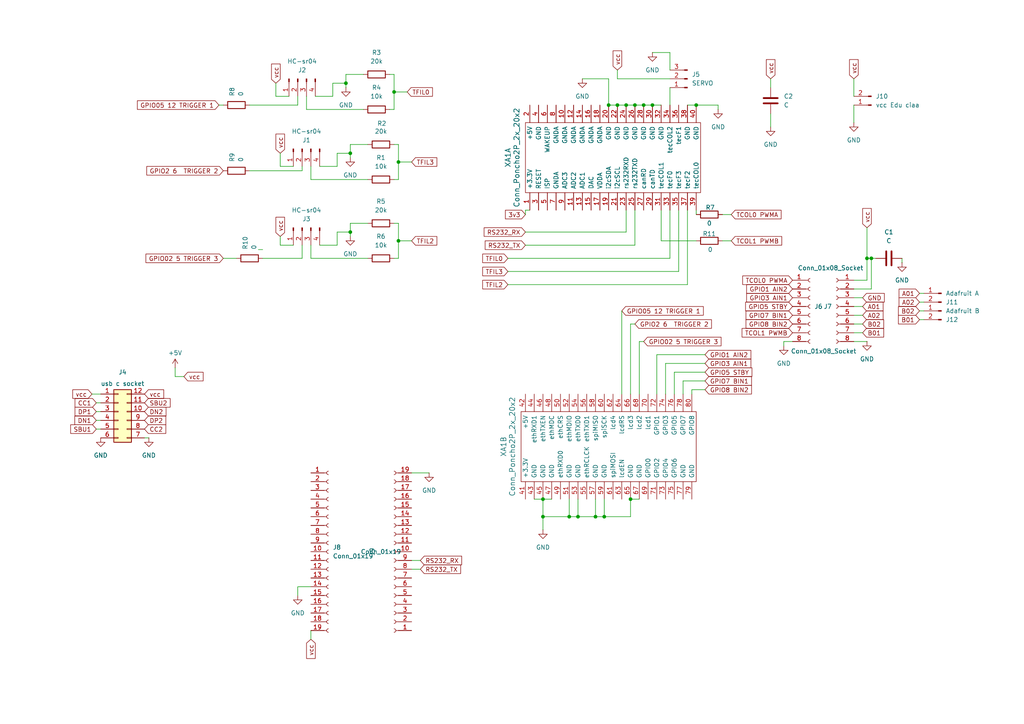
<source format=kicad_sch>
(kicad_sch (version 20250114) (generator "eeschema") (generator_version "9.0")
  (paper "A4")
  (lib_symbols
    (symbol "Connector:Conn_01x02_Pin" (pin_names (offset 1.016) (hide yes))
      (property "Reference" "J" (at 0 2.54 0))
      (property "Value" "Conn_01x02_Pin" (at 0 -5.08 0))
      (symbol "Conn_01x02_Pin_1_1"
        (rectangle (start 0.8636 0.127) (end 0 -0.127) (stroke (width 0.1524)) (fill (type outline)))
        (rectangle (start 0.8636 -2.413) (end 0 -2.667) (stroke (width 0.1524)) (fill (type outline)))
        (polyline (pts (xy 1.27 0) (xy 0.8636 0)) (stroke (width 0.1524)))
        (polyline (pts (xy 1.27 -2.54) (xy 0.8636 -2.54)) (stroke (width 0.1524)))
        (pin passive line (at 5.08 0 180) (length 3.81) (name "Pin_1") (number "1"))
        (pin passive line (at 5.08 -2.54 180) (length 3.81) (name "Pin_2") (number "2"))
      )
    )
    (symbol "Connector:Conn_01x03_Pin" (pin_names (offset 1.016) (hide yes))
      (property "Reference" "J5" (at -1.27 -1.2701 0))
      (property "Value" "Conn_01x03_Pin" (at -1.27 1.2699 0))
      (symbol "Conn_01x03_Pin_1_1"
        (rectangle (start 0.8636 2.667) (end 0 2.413) (stroke (width 0.1524)) (fill (type outline)))
        (rectangle (start 0.8636 0.127) (end 0 -0.127) (stroke (width 0.1524)) (fill (type outline)))
        (rectangle (start 0.8636 -2.413) (end 0 -2.667) (stroke (width 0.1524)) (fill (type outline)))
        (polyline (pts (xy 1.27 2.54) (xy 0.8636 2.54)) (stroke (width 0.1524)))
        (polyline (pts (xy 1.27 0) (xy 0.8636 0)) (stroke (width 0.1524)))
        (polyline (pts (xy 1.27 -2.54) (xy 0.8636 -2.54)) (stroke (width 0.1524)))
        (pin passive line (at 5.08 2.54 180) (length 3.81) (name "GNC") (number "1"))
        (pin passive line (at 5.08 0 180) (length 3.81) (name "VIN") (number "2"))
        (pin passive line (at 5.08 -2.54 180) (length 3.81) (name "señal") (number "3"))
      )
    )
    (symbol "Connector:Conn_01x04_Pin" (pin_names (offset 1.016) (hide yes))
      (property "Reference" "J1" (at 0.635 7.62 0))
      (property "Value" "Conn_01x04_Pin" (at 0.635 5.08 0))
      (symbol "Conn_01x04_Pin_1_1"
        (rectangle (start 0.8636 2.667) (end 0 2.413) (stroke (width 0.1524)) (fill (type outline)))
        (rectangle (start 0.8636 0.127) (end 0 -0.127) (stroke (width 0.1524)) (fill (type outline)))
        (rectangle (start 0.8636 -2.413) (end 0 -2.667) (stroke (width 0.1524)) (fill (type outline)))
        (rectangle (start 0.8636 -4.953) (end 0 -5.207) (stroke (width 0.1524)) (fill (type outline)))
        (polyline (pts (xy 1.27 2.54) (xy 0.8636 2.54)) (stroke (width 0.1524)))
        (polyline (pts (xy 1.27 0) (xy 0.8636 0)) (stroke (width 0.1524)))
        (polyline (pts (xy 1.27 -2.54) (xy 0.8636 -2.54)) (stroke (width 0.1524)))
        (polyline (pts (xy 1.27 -5.08) (xy 0.8636 -5.08)) (stroke (width 0.1524)))
        (pin power_in line (at 5.08 2.54 180) (length 3.81) (name "5v") (number "1"))
        (pin passive line (at 5.08 0 180) (length 3.81) (name "trigger") (number "2"))
        (pin passive line (at 5.08 -2.54 180) (length 3.81) (name "ECHO") (number "3"))
        (pin passive line (at 5.08 -5.08 180) (length 3.81) (name "GND") (number "4"))
      )
    )
    (symbol "Connector:Conn_01x08_Socket" (pin_names (offset 1.016) (hide yes))
      (property "Reference" "J" (at 0 10.16 0))
      (property "Value" "Conn_01x08_Socket" (at 0 -12.7 0))
      (symbol "Conn_01x08_Socket_1_1"
        (polyline (pts (xy -1.27 7.62) (xy -0.508 7.62)) (stroke (width 0.1524)))
        (polyline (pts (xy -1.27 5.08) (xy -0.508 5.08)) (stroke (width 0.1524)))
        (polyline (pts (xy -1.27 2.54) (xy -0.508 2.54)) (stroke (width 0.1524)))
        (polyline (pts (xy -1.27 0) (xy -0.508 0)) (stroke (width 0.1524)))
        (polyline (pts (xy -1.27 -2.54) (xy -0.508 -2.54)) (stroke (width 0.1524)))
        (polyline (pts (xy -1.27 -5.08) (xy -0.508 -5.08)) (stroke (width 0.1524)))
        (polyline (pts (xy -1.27 -7.62) (xy -0.508 -7.62)) (stroke (width 0.1524)))
        (polyline (pts (xy -1.27 -10.16) (xy -0.508 -10.16)) (stroke (width 0.1524)))
        (arc (start 0 7.112) (mid -0.5058 7.62) (end 0 8.128) (stroke (width 0.1524)))
        (arc (start 0 4.572) (mid -0.5058 5.08) (end 0 5.588) (stroke (width 0.1524)))
        (arc (start 0 2.032) (mid -0.5058 2.54) (end 0 3.048) (stroke (width 0.1524)))
        (arc (start 0 -0.508) (mid -0.5058 0) (end 0 0.508) (stroke (width 0.1524)))
        (arc (start 0 -3.048) (mid -0.5058 -2.54) (end 0 -2.032) (stroke (width 0.1524)))
        (arc (start 0 -5.588) (mid -0.5058 -5.08) (end 0 -4.572) (stroke (width 0.1524)))
        (arc (start 0 -8.128) (mid -0.5058 -7.62) (end 0 -7.112) (stroke (width 0.1524)))
        (arc (start 0 -10.668) (mid -0.5058 -10.16) (end 0 -9.652) (stroke (width 0.1524)))
        (pin passive line (at -5.08 7.62 0) (length 3.81) (name "Pin_1") (number "1"))
        (pin passive line (at -5.08 5.08 0) (length 3.81) (name "Pin_2") (number "2"))
        (pin passive line (at -5.08 2.54 0) (length 3.81) (name "Pin_3") (number "3"))
        (pin passive line (at -5.08 0 0) (length 3.81) (name "Pin_4") (number "4"))
        (pin passive line (at -5.08 -2.54 0) (length 3.81) (name "Pin_5") (number "5"))
        (pin passive line (at -5.08 -5.08 0) (length 3.81) (name "Pin_6") (number "6"))
        (pin passive line (at -5.08 -7.62 0) (length 3.81) (name "Pin_7") (number "7"))
        (pin passive line (at -5.08 -10.16 0) (length 3.81) (name "Pin_8") (number "8"))
      )
    )
    (symbol "Connector:Conn_01x19_Socket" (pin_names (offset 1.016) (hide yes))
      (property "Reference" "J" (at 0 25.4 0))
      (property "Value" "Conn_01x19_Socket" (at 0 -25.4 0))
      (symbol "Conn_01x19_Socket_1_1"
        (polyline (pts (xy -1.27 22.86) (xy -0.508 22.86)) (stroke (width 0.1524)))
        (polyline (pts (xy -1.27 20.32) (xy -0.508 20.32)) (stroke (width 0.1524)))
        (polyline (pts (xy -1.27 17.78) (xy -0.508 17.78)) (stroke (width 0.1524)))
        (polyline (pts (xy -1.27 15.24) (xy -0.508 15.24)) (stroke (width 0.1524)))
        (polyline (pts (xy -1.27 12.7) (xy -0.508 12.7)) (stroke (width 0.1524)))
        (polyline (pts (xy -1.27 10.16) (xy -0.508 10.16)) (stroke (width 0.1524)))
        (polyline (pts (xy -1.27 7.62) (xy -0.508 7.62)) (stroke (width 0.1524)))
        (polyline (pts (xy -1.27 5.08) (xy -0.508 5.08)) (stroke (width 0.1524)))
        (polyline (pts (xy -1.27 2.54) (xy -0.508 2.54)) (stroke (width 0.1524)))
        (polyline (pts (xy -1.27 0) (xy -0.508 0)) (stroke (width 0.1524)))
        (polyline (pts (xy -1.27 -2.54) (xy -0.508 -2.54)) (stroke (width 0.1524)))
        (polyline (pts (xy -1.27 -5.08) (xy -0.508 -5.08)) (stroke (width 0.1524)))
        (polyline (pts (xy -1.27 -7.62) (xy -0.508 -7.62)) (stroke (width 0.1524)))
        (polyline (pts (xy -1.27 -10.16) (xy -0.508 -10.16)) (stroke (width 0.1524)))
        (polyline (pts (xy -1.27 -12.7) (xy -0.508 -12.7)) (stroke (width 0.1524)))
        (polyline (pts (xy -1.27 -15.24) (xy -0.508 -15.24)) (stroke (width 0.1524)))
        (polyline (pts (xy -1.27 -17.78) (xy -0.508 -17.78)) (stroke (width 0.1524)))
        (polyline (pts (xy -1.27 -20.32) (xy -0.508 -20.32)) (stroke (width 0.1524)))
        (polyline (pts (xy -1.27 -22.86) (xy -0.508 -22.86)) (stroke (width 0.1524)))
        (arc (start 0 22.352) (mid -0.5058 22.86) (end 0 23.368) (stroke (width 0.1524)))
        (arc (start 0 19.812) (mid -0.5058 20.32) (end 0 20.828) (stroke (width 0.1524)))
        (arc (start 0 17.272) (mid -0.5058 17.78) (end 0 18.288) (stroke (width 0.1524)))
        (arc (start 0 14.732) (mid -0.5058 15.24) (end 0 15.748) (stroke (width 0.1524)))
        (arc (start 0 12.192) (mid -0.5058 12.7) (end 0 13.208) (stroke (width 0.1524)))
        (arc (start 0 9.652) (mid -0.5058 10.16) (end 0 10.668) (stroke (width 0.1524)))
        (arc (start 0 7.112) (mid -0.5058 7.62) (end 0 8.128) (stroke (width 0.1524)))
        (arc (start 0 4.572) (mid -0.5058 5.08) (end 0 5.588) (stroke (width 0.1524)))
        (arc (start 0 2.032) (mid -0.5058 2.54) (end 0 3.048) (stroke (width 0.1524)))
        (arc (start 0 -0.508) (mid -0.5058 0) (end 0 0.508) (stroke (width 0.1524)))
        (arc (start 0 -3.048) (mid -0.5058 -2.54) (end 0 -2.032) (stroke (width 0.1524)))
        (arc (start 0 -5.588) (mid -0.5058 -5.08) (end 0 -4.572) (stroke (width 0.1524)))
        (arc (start 0 -8.128) (mid -0.5058 -7.62) (end 0 -7.112) (stroke (width 0.1524)))
        (arc (start 0 -10.668) (mid -0.5058 -10.16) (end 0 -9.652) (stroke (width 0.1524)))
        (arc (start 0 -13.208) (mid -0.5058 -12.7) (end 0 -12.192) (stroke (width 0.1524)))
        (arc (start 0 -15.748) (mid -0.5058 -15.24) (end 0 -14.732) (stroke (width 0.1524)))
        (arc (start 0 -18.288) (mid -0.5058 -17.78) (end 0 -17.272) (stroke (width 0.1524)))
        (arc (start 0 -20.828) (mid -0.5058 -20.32) (end 0 -19.812) (stroke (width 0.1524)))
        (arc (start 0 -23.368) (mid -0.5058 -22.86) (end 0 -22.352) (stroke (width 0.1524)))
        (pin passive line (at -5.08 22.86 0) (length 3.81) (name "Pin_1") (number "1"))
        (pin passive line (at -5.08 20.32 0) (length 3.81) (name "Pin_2") (number "2"))
        (pin passive line (at -5.08 17.78 0) (length 3.81) (name "Pin_3") (number "3"))
        (pin passive line (at -5.08 15.24 0) (length 3.81) (name "Pin_4") (number "4"))
        (pin passive line (at -5.08 12.7 0) (length 3.81) (name "Pin_5") (number "5"))
        (pin passive line (at -5.08 10.16 0) (length 3.81) (name "Pin_6") (number "6"))
        (pin passive line (at -5.08 7.62 0) (length 3.81) (name "Pin_7") (number "7"))
        (pin passive line (at -5.08 5.08 0) (length 3.81) (name "Pin_8") (number "8"))
        (pin passive line (at -5.08 2.54 0) (length 3.81) (name "Pin_9") (number "9"))
        (pin passive line (at -5.08 0 0) (length 3.81) (name "Pin_10") (number "10"))
        (pin passive line (at -5.08 -2.54 0) (length 3.81) (name "Pin_11") (number "11"))
        (pin passive line (at -5.08 -5.08 0) (length 3.81) (name "Pin_12") (number "12"))
        (pin passive line (at -5.08 -7.62 0) (length 3.81) (name "Pin_13") (number "13"))
        (pin passive line (at -5.08 -10.16 0) (length 3.81) (name "Pin_14") (number "14"))
        (pin passive line (at -5.08 -12.7 0) (length 3.81) (name "Pin_15") (number "15"))
        (pin passive line (at -5.08 -15.24 0) (length 3.81) (name "Pin_16") (number "16"))
        (pin passive line (at -5.08 -17.78 0) (length 3.81) (name "Pin_17") (number "17"))
        (pin passive line (at -5.08 -20.32 0) (length 3.81) (name "Pin_18") (number "18"))
        (pin passive line (at -5.08 -22.86 0) (length 3.81) (name "Pin_19") (number "19"))
      )
    )
    (symbol "Connector_Generic:Conn_02x06_Counter_Clockwise" (pin_names (offset 1.016) (hide yes))
      (property "Reference" "J" (at 1.27 7.62 0))
      (property "Value" "Conn_02x06_Counter_Clockwise" (at 1.27 -10.16 0))
      (symbol "Conn_02x06_Counter_Clockwise_1_1"
        (rectangle (start -1.27 6.35) (end 3.81 -8.89) (stroke (width 0.254)) (fill (type background)))
        (rectangle (start -1.27 5.207) (end 0 4.953) (stroke (width 0.1524)))
        (rectangle (start -1.27 2.667) (end 0 2.413) (stroke (width 0.1524)))
        (rectangle (start -1.27 0.127) (end 0 -0.127) (stroke (width 0.1524)))
        (rectangle (start -1.27 -2.413) (end 0 -2.667) (stroke (width 0.1524)))
        (rectangle (start -1.27 -4.953) (end 0 -5.207) (stroke (width 0.1524)))
        (rectangle (start -1.27 -7.493) (end 0 -7.747) (stroke (width 0.1524)))
        (rectangle (start 3.81 5.207) (end 2.54 4.953) (stroke (width 0.1524)))
        (rectangle (start 3.81 2.667) (end 2.54 2.413) (stroke (width 0.1524)))
        (rectangle (start 3.81 0.127) (end 2.54 -0.127) (stroke (width 0.1524)))
        (rectangle (start 3.81 -2.413) (end 2.54 -2.667) (stroke (width 0.1524)))
        (rectangle (start 3.81 -4.953) (end 2.54 -5.207) (stroke (width 0.1524)))
        (rectangle (start 3.81 -7.493) (end 2.54 -7.747) (stroke (width 0.1524)))
        (pin passive line (at -5.08 5.08 0) (length 3.81) (name "Pin_1") (number "1"))
        (pin passive line (at -5.08 2.54 0) (length 3.81) (name "Pin_2") (number "2"))
        (pin passive line (at -5.08 0 0) (length 3.81) (name "Pin_3") (number "3"))
        (pin passive line (at -5.08 -2.54 0) (length 3.81) (name "Pin_4") (number "4"))
        (pin passive line (at -5.08 -5.08 0) (length 3.81) (name "Pin_5") (number "5"))
        (pin passive line (at -5.08 -7.62 0) (length 3.81) (name "Pin_6") (number "6"))
        (pin passive line (at 7.62 5.08 180) (length 3.81) (name "Pin_12") (number "12"))
        (pin passive line (at 7.62 2.54 180) (length 3.81) (name "Pin_11") (number "11"))
        (pin passive line (at 7.62 0 180) (length 3.81) (name "Pin_10") (number "10"))
        (pin passive line (at 7.62 -2.54 180) (length 3.81) (name "Pin_9") (number "9"))
        (pin passive line (at 7.62 -5.08 180) (length 3.81) (name "Pin_8") (number "8"))
        (pin passive line (at 7.62 -7.62 180) (length 3.81) (name "Pin_7") (number "7"))
      )
    )
    (symbol "Device:C" (pin_numbers (hide yes)) (pin_names (offset 0.254))
      (property "Reference" "C" (at 0.635 2.54 0))
      (property "Value" "C" (at 0.635 -2.54 0))
      (symbol "C_0_1"
        (polyline (pts (xy -2.032 0.762) (xy 2.032 0.762)) (stroke (width 0.508)))
        (polyline (pts (xy -2.032 -0.762) (xy 2.032 -0.762)) (stroke (width 0.508)))
      )
      (symbol "C_1_1"
        (pin passive line (at 0 3.81 270) (length 2.794) (name "~") (number "1"))
        (pin passive line (at 0 -3.81 90) (length 2.794) (name "~") (number "2"))
      )
    )
    (symbol "Device:R" (pin_numbers (hide yes)) (pin_names (offset 0))
      (property "Reference" "R" (at 2.032 0 90))
      (property "Value" "R" (at 0 0 90))
      (symbol "R_0_1"
        (rectangle (start -1.016 -2.54) (end 1.016 2.54) (stroke (width 0.254)))
      )
      (symbol "R_1_1"
        (pin passive line (at 0 3.81 270) (length 1.27) (name "~") (number "1"))
        (pin passive line (at 0 -3.81 90) (length 1.27) (name "~") (number "2"))
      )
    )
    (symbol "Poncho_Esqueleto:Conn_Poncho2P_2x_20x2" (pin_names (offset 1.016))
      (property "Reference" "XA" (at 7.62 10.16 0))
      (property "Value" "Conn_Poncho2P_2x_20x2" (at 8.89 -43.18 0))
      (symbol "Conn_Poncho2P_2x_20x2_0_1"
        (rectangle (start -1.27 8.89) (end 19.05 -41.91))
      )
      (symbol "Conn_Poncho2P_2x_20x2_1_1"
        (pin power_out line (at -6.35 7.62 0) (length 5.08) (name "+3.3V") (number "1"))
        (pin input line (at -6.35 5.08 0) (length 5.08) (name "RESET") (number "3"))
        (pin passive line (at -6.35 2.54 0) (length 5.08) (name "ISP") (number "5"))
        (pin passive line (at -6.35 0 0) (length 5.08) (name "GNDA") (number "7"))
        (pin passive line (at -6.35 -2.54 0) (length 5.08) (name "ADC3") (number "9"))
        (pin passive line (at -6.35 -5.08 0) (length 5.08) (name "ADC2") (number "11"))
        (pin passive line (at -6.35 -7.62 0) (length 5.08) (name "ADC1") (number "13"))
        (pin passive line (at -6.35 -10.16 0) (length 5.08) (name "DAC") (number "15"))
        (pin power_out line (at -6.35 -12.7 0) (length 5.08) (name "VDDA") (number "17"))
        (pin passive line (at -6.35 -15.24 0) (length 5.08) (name "i2cSDA") (number "19"))
        (pin passive line (at -6.35 -17.78 0) (length 5.08) (name "i2cSCL") (number "21"))
        (pin passive line (at -6.35 -20.32 0) (length 5.08) (name "rs232RXD") (number "23"))
        (pin passive line (at -6.35 -22.86 0) (length 5.08) (name "rs232TXD") (number "25"))
        (pin passive line (at -6.35 -25.4 0) (length 5.08) (name "canRD") (number "27"))
        (pin passive line (at -6.35 -27.94 0) (length 5.08) (name "canTD") (number "29"))
        (pin passive line (at -6.35 -30.48 0) (length 5.08) (name "tecCOL1") (number "31"))
        (pin passive line (at -6.35 -33.02 0) (length 5.08) (name "tecF0") (number "33"))
        (pin passive line (at -6.35 -35.56 0) (length 5.08) (name "tecF3") (number "35"))
        (pin passive line (at -6.35 -38.1 0) (length 5.08) (name "tecF2") (number "37"))
        (pin passive line (at -6.35 -40.64 0) (length 5.08) (name "tecCOL0") (number "39"))
        (pin power_out line (at 24.13 7.62 180) (length 5.08) (name "+5V") (number "2"))
        (pin passive line (at 24.13 5.08 180) (length 5.08) (name "GND") (number "4"))
        (pin input line (at 24.13 2.54 180) (length 5.08) (name "WAKEUP") (number "6"))
        (pin passive line (at 24.13 0 180) (length 5.08) (name "GNDA") (number "8"))
        (pin passive line (at 24.13 -2.54 180) (length 5.08) (name "GNDA") (number "10"))
        (pin passive line (at 24.13 -5.08 180) (length 5.08) (name "GNDA") (number "12"))
        (pin passive line (at 24.13 -7.62 180) (length 5.08) (name "GNDA") (number "14"))
        (pin passive line (at 24.13 -10.16 180) (length 5.08) (name "GNDA") (number "16"))
        (pin passive line (at 24.13 -12.7 180) (length 5.08) (name "GNDA") (number "18"))
        (pin passive line (at 24.13 -15.24 180) (length 5.08) (name "GND") (number "20"))
        (pin passive line (at 24.13 -17.78 180) (length 5.08) (name "GND") (number "22"))
        (pin passive line (at 24.13 -20.32 180) (length 5.08) (name "GND") (number "24"))
        (pin passive line (at 24.13 -22.86 180) (length 5.08) (name "GND") (number "26"))
        (pin passive line (at 24.13 -25.4 180) (length 5.08) (name "GND") (number "28"))
        (pin passive line (at 24.13 -27.94 180) (length 5.08) (name "GND") (number "30"))
        (pin passive line (at 24.13 -30.48 180) (length 5.08) (name "GND") (number "32"))
        (pin passive line (at 24.13 -33.02 180) (length 5.08) (name "tecCOL2") (number "34"))
        (pin passive line (at 24.13 -35.56 180) (length 5.08) (name "tecF1") (number "36"))
        (pin passive line (at 24.13 -38.1 180) (length 5.08) (name "GND") (number "38"))
        (pin passive line (at 24.13 -40.64 180) (length 5.08) (name "GND") (number "40"))
      )
      (symbol "Conn_Poncho2P_2x_20x2_2_1"
        (pin power_out line (at -6.35 7.62 0) (length 5.08) (name "+3.3V") (number "41"))
        (pin passive line (at -6.35 5.08 0) (length 5.08) (name "GND") (number "43"))
        (pin passive line (at -6.35 2.54 0) (length 5.08) (name "GND") (number "45"))
        (pin passive line (at -6.35 0 0) (length 5.08) (name "GND") (number "47"))
        (pin passive line (at -6.35 -2.54 0) (length 5.08) (name "ethRXD0") (number "49"))
        (pin passive line (at -6.35 -5.08 0) (length 5.08) (name "GND") (number "51"))
        (pin passive line (at -6.35 -7.62 0) (length 5.08) (name "GND") (number "53"))
        (pin passive line (at -6.35 -10.16 0) (length 5.08) (name "ethRCLCK") (number "55"))
        (pin passive line (at -6.35 -12.7 0) (length 5.08) (name "GND") (number "57"))
        (pin passive line (at -6.35 -15.24 0) (length 5.08) (name "GND") (number "59"))
        (pin passive line (at -6.35 -17.78 0) (length 5.08) (name "spiMOSI") (number "61"))
        (pin passive line (at -6.35 -20.32 0) (length 5.08) (name "lcdEN") (number "63"))
        (pin passive line (at -6.35 -22.86 0) (length 5.08) (name "GND") (number "65"))
        (pin passive line (at -6.35 -25.4 0) (length 5.08) (name "GND") (number "67"))
        (pin passive line (at -6.35 -27.94 0) (length 5.08) (name "GPIO0") (number "69"))
        (pin passive line (at -6.35 -30.48 0) (length 5.08) (name "GPIO2") (number "71"))
        (pin passive line (at -6.35 -33.02 0) (length 5.08) (name "GPIO4") (number "73"))
        (pin passive line (at -6.35 -35.56 0) (length 5.08) (name "GPIO6") (number "75"))
        (pin passive line (at -6.35 -38.1 0) (length 5.08) (name "GND") (number "77"))
        (pin passive line (at -6.35 -40.64 0) (length 5.08) (name "GND") (number "79"))
        (pin power_out line (at 24.13 7.62 180) (length 5.08) (name "+5V") (number "42"))
        (pin passive line (at 24.13 5.08 180) (length 5.08) (name "ethRXD1") (number "44"))
        (pin passive line (at 24.13 2.54 180) (length 5.08) (name "ethTXEN") (number "46"))
        (pin passive line (at 24.13 0 180) (length 5.08) (name "ethMDC") (number "48"))
        (pin passive line (at 24.13 -2.54 180) (length 5.08) (name "ethCRS") (number "50"))
        (pin passive line (at 24.13 -5.08 180) (length 5.08) (name "ethMDIO") (number "52"))
        (pin passive line (at 24.13 -7.62 180) (length 5.08) (name "ethTXD0") (number "54"))
        (pin passive line (at 24.13 -10.16 180) (length 5.08) (name "ethTXD1") (number "56"))
        (pin passive line (at 24.13 -12.7 180) (length 5.08) (name "spiMISO") (number "58"))
        (pin passive line (at 24.13 -15.24 180) (length 5.08) (name "spiSCK") (number "60"))
        (pin passive line (at 24.13 -17.78 180) (length 5.08) (name "lcd4") (number "62"))
        (pin passive line (at 24.13 -20.32 180) (length 5.08) (name "lcdRS") (number "64"))
        (pin passive line (at 24.13 -22.86 180) (length 5.08) (name "lcd3") (number "66"))
        (pin passive line (at 24.13 -25.4 180) (length 5.08) (name "lcd2") (number "68"))
        (pin passive line (at 24.13 -27.94 180) (length 5.08) (name "lcd1") (number "70"))
        (pin passive line (at 24.13 -30.48 180) (length 5.08) (name "GPIO1") (number "72"))
        (pin passive line (at 24.13 -33.02 180) (length 5.08) (name "GPIO3") (number "74"))
        (pin passive line (at 24.13 -35.56 180) (length 5.08) (name "GPIO5") (number "76"))
        (pin passive line (at 24.13 -38.1 180) (length 5.08) (name "GPIO7") (number "78"))
        (pin passive line (at 24.13 -40.64 180) (length 5.08) (name "GPIO8") (number "80"))
      )
    )
    (symbol "power:+5V" (power) (pin_numbers (hide yes)) (pin_names (offset 0) (hide yes))
      (property "Value" "+5V" (at 0 3.556 0))
      (symbol "+5V_0_1"
        (polyline (pts (xy -0.762 1.27) (xy 0 2.54)))
        (polyline (pts (xy 0 2.54) (xy 0.762 1.27)))
        (polyline (pts (xy 0 0) (xy 0 2.54)))
      )
      (symbol "+5V_1_1"
        (pin power_in line (at 0 0 90) (length 0) (name "~") (number "1"))
      )
    )
    (symbol "power:GND" (power) (pin_numbers (hide yes)) (pin_names (offset 0) (hide yes))
      (property "Value" "GND" (at 0 -3.81 0))
      (symbol "GND_0_1"
        (polyline (pts (xy 0 0) (xy 0 -1.27) (xy 1.27 -1.27) (xy 0 -2.54) (xy -1.27 -1.27) (xy 0 -1.27)))
      )
      (symbol "GND_1_1"
        (pin power_in line (at 0 0 270) (length 0) (name "~") (number "1"))
      )
    )
  )
  (junction (at 176.53 30.48))
  (junction (at 115.57 69.85))
  (junction (at 101.6 44.45))
  (junction (at 100.33 24.13))
  (junction (at 181.61 30.48))
  (junction (at 172.72 149.86))
  (junction (at 186.69 30.48))
  (junction (at 189.23 30.48))
  (junction (at 157.48 144.78))
  (junction (at 157.48 149.86))
  (junction (at 165.1 149.86))
  (junction (at 115.57 46.99))
  (junction (at 179.07 30.48))
  (junction (at 167.64 149.86))
  (junction (at 114.3 26.67))
  (junction (at 101.6 67.31))
  (junction (at 182.88 144.78))
  (junction (at 252.73 74.93))
  (junction (at 175.26 149.86))
  (junction (at 201.93 30.48))
  (junction (at 184.15 30.48))
  (junction (at 251.46 74.93))
  (wire (pts (xy 90.17 52.07) (xy 106.68 52.07)))
  (wire (pts (xy 254 74.93) (xy 252.73 74.93)))
  (wire (pts (xy 227.33 99.06) (xy 227.33 100.33)))
  (wire (pts (xy 199.39 30.48) (xy 201.93 30.48)))
  (wire (pts (xy 106.68 64.77) (xy 101.6 64.77)))
  (wire (pts (xy 251.46 74.93) (xy 252.73 74.93)))
  (wire (pts (xy 247.65 30.48) (xy 247.65 35.56)))
  (wire (pts (xy 165.1 144.78) (xy 165.1 149.86)))
  (wire (pts (xy 105.41 21.59) (xy 100.33 21.59)))
  (wire (pts (xy 50.8 109.22) (xy 53.34 109.22)))
  (wire (pts (xy 114.3 21.59) (xy 113.03 21.59)))
  (wire (pts (xy 50.8 106.68) (xy 50.8 109.22)))
  (wire (pts (xy 80.01 27.94) (xy 80.01 24.13)))
  (wire (pts (xy 185.42 99.06) (xy 186.69 99.06)))
  (wire (pts (xy 27.94 124.46) (xy 29.21 124.46)))
  (wire (pts (xy 119.38 162.56) (xy 121.92 162.56)))
  (wire (pts (xy 97.79 44.45) (xy 101.6 44.45)))
  (wire (pts (xy 83.82 27.94) (xy 80.01 27.94)))
  (wire (pts (xy 184.15 71.12) (xy 184.15 60.96)))
  (wire (pts (xy 193.04 105.41) (xy 193.04 114.3)))
  (wire (pts (xy 167.64 144.78) (xy 167.64 149.86)))
  (wire (pts (xy 97.79 48.26) (xy 97.79 44.45)))
  (wire (pts (xy 204.47 107.95) (xy 195.58 107.95)))
  (wire (pts (xy 267.97 92.71) (xy 266.7 92.71)))
  (wire (pts (xy 147.32 74.93) (xy 194.31 74.93)))
  (wire (pts (xy 172.72 144.78) (xy 172.72 149.86)))
  (wire (pts (xy 157.48 144.78) (xy 160.02 144.78)))
  (wire (pts (xy 97.79 67.31) (xy 101.6 67.31)))
  (wire (pts (xy 252.73 74.93) (xy 252.73 83.82)))
  (wire (pts (xy 267.97 87.63) (xy 266.7 87.63)))
  (wire (pts (xy 185.42 99.06) (xy 185.42 114.3)))
  (wire (pts (xy 181.61 30.48) (xy 184.15 30.48)))
  (wire (pts (xy 250.19 91.44) (xy 247.65 91.44)))
  (wire (pts (xy 199.39 82.55) (xy 199.39 60.96)))
  (wire (pts (xy 100.33 21.59) (xy 100.33 24.13)))
  (wire (pts (xy 208.28 31.75) (xy 208.28 30.48)))
  (wire (pts (xy 152.4 67.31) (xy 181.61 67.31)))
  (wire (pts (xy 72.39 49.53) (xy 87.63 49.53)))
  (wire (pts (xy 115.57 74.93) (xy 114.3 74.93)))
  (wire (pts (xy 152.4 62.23) (xy 152.4 60.96)))
  (wire (pts (xy 115.57 64.77) (xy 115.57 69.85)))
  (wire (pts (xy 119.38 165.1) (xy 121.92 165.1)))
  (wire (pts (xy 86.36 30.48) (xy 86.36 27.94)))
  (wire (pts (xy 81.28 48.26) (xy 81.28 44.45)))
  (wire (pts (xy 196.85 78.74) (xy 196.85 60.96)))
  (wire (pts (xy 179.07 30.48) (xy 181.61 30.48)))
  (wire (pts (xy 182.88 144.78) (xy 182.88 149.86)))
  (wire (pts (xy 90.17 71.12) (xy 90.17 74.93)))
  (wire (pts (xy 195.58 107.95) (xy 195.58 114.3)))
  (wire (pts (xy 85.09 71.12) (xy 81.28 71.12)))
  (wire (pts (xy 87.63 71.12) (xy 87.63 74.93)))
  (wire (pts (xy 191.77 69.85) (xy 201.93 69.85)))
  (wire (pts (xy 182.88 144.78) (xy 185.42 144.78)))
  (wire (pts (xy 165.1 149.86) (xy 157.48 149.86)))
  (wire (pts (xy 176.53 30.48) (xy 179.07 30.48)))
  (wire (pts (xy 152.4 60.96) (xy 153.67 60.96)))
  (wire (pts (xy 184.15 30.48) (xy 186.69 30.48)))
  (wire (pts (xy 101.6 45.72) (xy 101.6 44.45)))
  (wire (pts (xy 115.57 52.07) (xy 114.3 52.07)))
  (wire (pts (xy 101.6 64.77) (xy 101.6 67.31)))
  (wire (pts (xy 250.19 86.36) (xy 247.65 86.36)))
  (wire (pts (xy 267.97 85.09) (xy 266.7 85.09)))
  (wire (pts (xy 167.64 149.86) (xy 165.1 149.86)))
  (wire (pts (xy 88.9 27.94) (xy 88.9 31.75)))
  (wire (pts (xy 100.33 25.4) (xy 100.33 24.13)))
  (wire (pts (xy 267.97 90.17) (xy 266.7 90.17)))
  (wire (pts (xy 179.07 20.32) (xy 179.07 22.86)))
  (wire (pts (xy 198.12 114.3) (xy 198.12 110.49)))
  (wire (pts (xy 157.48 144.78) (xy 157.48 149.86)))
  (wire (pts (xy 176.53 22.86) (xy 176.53 30.48)))
  (wire (pts (xy 189.23 30.48) (xy 191.77 30.48)))
  (wire (pts (xy 200.66 114.3) (xy 200.66 113.03)))
  (wire (pts (xy 152.4 71.12) (xy 184.15 71.12)))
  (wire (pts (xy 194.31 30.48) (xy 194.31 25.4)))
  (wire (pts (xy 64.77 74.93) (xy 68.58 74.93)))
  (wire (pts (xy 251.46 74.93) (xy 251.46 66.04)))
  (wire (pts (xy 223.52 22.86) (xy 223.52 25.4)))
  (wire (pts (xy 76.2 72.39) (xy 74.93 72.39)))
  (wire (pts (xy 88.9 31.75) (xy 105.41 31.75)))
  (wire (pts (xy 182.88 149.86) (xy 175.26 149.86)))
  (wire (pts (xy 92.71 48.26) (xy 97.79 48.26)))
  (wire (pts (xy 181.61 67.31) (xy 181.61 60.96)))
  (wire (pts (xy 250.19 96.52) (xy 247.65 96.52)))
  (wire (pts (xy 175.26 144.78) (xy 175.26 149.86)))
  (wire (pts (xy 261.62 76.2) (xy 261.62 74.93)))
  (wire (pts (xy 175.26 149.86) (xy 172.72 149.86)))
  (wire (pts (xy 208.28 30.48) (xy 201.93 30.48)))
  (wire (pts (xy 198.12 110.49) (xy 204.47 110.49)))
  (wire (pts (xy 91.44 27.94) (xy 96.52 27.94)))
  (wire (pts (xy 76.2 74.93) (xy 87.63 74.93)))
  (wire (pts (xy 81.28 71.12) (xy 81.28 68.58)))
  (wire (pts (xy 200.66 113.03) (xy 204.47 113.03)))
  (wire (pts (xy 43.18 127) (xy 41.91 127)))
  (wire (pts (xy 86.36 170.18) (xy 86.36 172.72)))
  (wire (pts (xy 27.94 116.84) (xy 29.21 116.84)))
  (wire (pts (xy 250.19 93.98) (xy 247.65 93.98)))
  (wire (pts (xy 115.57 69.85) (xy 119.38 69.85)))
  (wire (pts (xy 223.52 33.02) (xy 223.52 36.83)))
  (wire (pts (xy 115.57 69.85) (xy 115.57 74.93)))
  (wire (pts (xy 114.3 26.67) (xy 118.11 26.67)))
  (wire (pts (xy 96.52 27.94) (xy 96.52 24.13)))
  (wire (pts (xy 87.63 49.53) (xy 87.63 48.26)))
  (wire (pts (xy 115.57 46.99) (xy 115.57 52.07)))
  (wire (pts (xy 26.67 114.3) (xy 29.21 114.3)))
  (wire (pts (xy 157.48 149.86) (xy 157.48 153.67)))
  (wire (pts (xy 97.79 71.12) (xy 97.79 67.31)))
  (wire (pts (xy 115.57 64.77) (xy 114.3 64.77)))
  (wire (pts (xy 190.5 114.3) (xy 190.5 102.87)))
  (wire (pts (xy 27.94 121.92) (xy 29.21 121.92)))
  (wire (pts (xy 229.87 99.06) (xy 227.33 99.06)))
  (wire (pts (xy 194.31 22.86) (xy 179.07 22.86)))
  (wire (pts (xy 247.65 22.86) (xy 247.65 27.94)))
  (wire (pts (xy 114.3 31.75) (xy 113.03 31.75)))
  (wire (pts (xy 251.46 74.93) (xy 251.46 81.28)))
  (wire (pts (xy 194.31 20.32) (xy 194.31 15.24)))
  (wire (pts (xy 72.39 30.48) (xy 86.36 30.48)))
  (wire (pts (xy 114.3 21.59) (xy 114.3 26.67)))
  (wire (pts (xy 212.09 62.23) (xy 209.55 62.23)))
  (wire (pts (xy 147.32 82.55) (xy 199.39 82.55)))
  (wire (pts (xy 204.47 105.41) (xy 193.04 105.41)))
  (wire (pts (xy 212.09 69.85) (xy 209.55 69.85)))
  (wire (pts (xy 251.46 99.06) (xy 247.65 99.06)))
  (wire (pts (xy 63.5 30.48) (xy 64.77 30.48)))
  (wire (pts (xy 194.31 15.24) (xy 189.23 15.24)))
  (wire (pts (xy 119.38 137.16) (xy 124.46 137.16)))
  (wire (pts (xy 154.94 144.78) (xy 157.48 144.78)))
  (wire (pts (xy 86.36 170.18) (xy 90.17 170.18)))
  (wire (pts (xy 115.57 41.91) (xy 115.57 46.99)))
  (wire (pts (xy 182.88 93.98) (xy 182.88 114.3)))
  (wire (pts (xy 250.19 88.9) (xy 247.65 88.9)))
  (wire (pts (xy 106.68 41.91) (xy 101.6 41.91)))
  (wire (pts (xy 147.32 78.74) (xy 196.85 78.74)))
  (wire (pts (xy 180.34 90.17) (xy 180.34 114.3)))
  (wire (pts (xy 247.65 83.82) (xy 252.73 83.82)))
  (wire (pts (xy 90.17 74.93) (xy 106.68 74.93)))
  (wire (pts (xy 85.09 48.26) (xy 81.28 48.26)))
  (wire (pts (xy 101.6 41.91) (xy 101.6 44.45)))
  (wire (pts (xy 114.3 26.67) (xy 114.3 31.75)))
  (wire (pts (xy 186.69 30.48) (xy 189.23 30.48)))
  (wire (pts (xy 90.17 48.26) (xy 90.17 52.07)))
  (wire (pts (xy 168.91 22.86) (xy 176.53 22.86)))
  (wire (pts (xy 194.31 74.93) (xy 194.31 60.96)))
  (wire (pts (xy 101.6 68.58) (xy 101.6 67.31)))
  (wire (pts (xy 172.72 149.86) (xy 167.64 149.86)))
  (wire (pts (xy 92.71 71.12) (xy 97.79 71.12)))
  (wire (pts (xy 90.17 185.42) (xy 90.17 182.88)))
  (wire (pts (xy 115.57 41.91) (xy 114.3 41.91)))
  (wire (pts (xy 190.5 102.87) (xy 204.47 102.87)))
  (wire (pts (xy 201.93 62.23) (xy 201.93 60.96)))
  (wire (pts (xy 191.77 60.96) (xy 191.77 69.85)))
  (wire (pts (xy 96.52 24.13) (xy 100.33 24.13)))
  (wire (pts (xy 27.94 119.38) (xy 29.21 119.38)))
  (wire (pts (xy 251.46 81.28) (xy 247.65 81.28)))
  (wire (pts (xy 182.88 93.98) (xy 184.15 93.98)))
  (wire (pts (xy 115.57 46.99) (xy 119.38 46.99)))
  (global_label "DN1" (shape input) (at 27.94 121.92 180) (property "Intersheetrefs" "${INTERSHEET_REFS}" (effects (hide yes))))
  (global_label "A01" (shape input) (at 250.19 88.9 0) (property "Intersheetrefs" "${INTERSHEET_REFS}" (effects (hide yes))))
  (global_label "GPIO2 6  TRIGGER 2" (shape input) (at 184.15 93.98 0) (property "Intersheetrefs" "${INTERSHEET_REFS}" (effects (hide yes))))
  (global_label "vcc" (shape input) (at 223.52 22.86 90) (property "Intersheetrefs" "${INTERSHEET_REFS}" (effects (hide yes))))
  (global_label "DP2" (shape input) (at 41.91 121.92 0) (property "Intersheetrefs" "${INTERSHEET_REFS}" (effects (hide yes))))
  (global_label "vcc" (shape input) (at 81.28 68.58 90) (property "Intersheetrefs" "${INTERSHEET_REFS}" (effects (hide yes))))
  (global_label "TCOL1 PWMB" (shape input) (at 212.09 69.85 0) (property "Intersheetrefs" "${INTERSHEET_REFS}" (effects (hide yes))))
  (global_label "GPIO05 12 TRIGGER 1" (shape input) (at 63.5 30.48 180) (property "Intersheetrefs" "${INTERSHEET_REFS}" (effects (hide yes))))
  (global_label "GPIO5 STBY" (shape input) (at 229.87 88.9 180) (property "Intersheetrefs" "${INTERSHEET_REFS}" (effects (hide yes))))
  (global_label "vcc" (shape input) (at 53.34 109.22 0) (property "Intersheetrefs" "${INTERSHEET_REFS}" (effects (hide yes))))
  (global_label "vcc" (shape input) (at 179.07 20.32 90) (property "Intersheetrefs" "${INTERSHEET_REFS}" (effects (hide yes))))
  (global_label "GPIO02 5 TRIGGER 3" (shape input) (at 186.69 99.06 0) (property "Intersheetrefs" "${INTERSHEET_REFS}" (effects (hide yes))))
  (global_label "vcc" (shape input) (at 251.46 66.04 90) (property "Intersheetrefs" "${INTERSHEET_REFS}" (effects (hide yes))))
  (global_label "TFIL2" (shape input) (at 147.32 82.55 180) (property "Intersheetrefs" "${INTERSHEET_REFS}" (effects (hide yes))))
  (global_label "GPIO7 BIN1" (shape input) (at 204.47 110.49 0) (property "Intersheetrefs" "${INTERSHEET_REFS}" (effects (hide yes))))
  (global_label "GPIO02 5 TRIGGER 3" (shape input) (at 64.77 74.93 180) (property "Intersheetrefs" "${INTERSHEET_REFS}" (effects (hide yes))))
  (global_label "GPIO2 6  TRIGGER 2" (shape input) (at 64.77 49.53 180) (property "Intersheetrefs" "${INTERSHEET_REFS}" (effects (hide yes))))
  (global_label "RS232_RX" (shape input) (at 121.92 162.56 0) (property "Intersheetrefs" "${INTERSHEET_REFS}" (effects (hide yes))))
  (global_label "GPIO5 STBY" (shape input) (at 204.47 107.95 0) (property "Intersheetrefs" "${INTERSHEET_REFS}" (effects (hide yes))))
  (global_label "TFIL0" (shape input) (at 118.11 26.67 0) (property "Intersheetrefs" "${INTERSHEET_REFS}" (effects (hide yes))))
  (global_label "CC2" (shape input) (at 41.91 124.46 0) (property "Intersheetrefs" "${INTERSHEET_REFS}" (effects (hide yes))))
  (global_label "vcc" (shape input) (at 41.91 114.3 0) (property "Intersheetrefs" "${INTERSHEET_REFS}" (effects (hide yes))))
  (global_label "3v3" (shape input) (at 152.4 62.23 180) (property "Intersheetrefs" "${INTERSHEET_REFS}" (effects (hide yes))))
  (global_label "TFIL3" (shape input) (at 147.32 78.74 180) (property "Intersheetrefs" "${INTERSHEET_REFS}" (effects (hide yes))))
  (global_label "GPIO7 BIN1" (shape input) (at 229.87 91.44 180) (property "Intersheetrefs" "${INTERSHEET_REFS}" (effects (hide yes))))
  (global_label "GPIO3 AIN1" (shape input) (at 229.87 86.36 180) (property "Intersheetrefs" "${INTERSHEET_REFS}" (effects (hide yes))))
  (global_label "vcc" (shape input) (at 80.01 24.13 90) (property "Intersheetrefs" "${INTERSHEET_REFS}" (effects (hide yes))))
  (global_label "GPIO05 12 TRIGGER 1" (shape input) (at 180.34 90.17 0) (property "Intersheetrefs" "${INTERSHEET_REFS}" (effects (hide yes))))
  (global_label "A02" (shape input) (at 250.19 91.44 0) (property "Intersheetrefs" "${INTERSHEET_REFS}" (effects (hide yes))))
  (global_label "CC1" (shape input) (at 27.94 116.84 180) (property "Intersheetrefs" "${INTERSHEET_REFS}" (effects (hide yes))))
  (global_label "vcc" (shape input) (at 81.28 44.45 90) (property "Intersheetrefs" "${INTERSHEET_REFS}" (effects (hide yes))))
  (global_label "TCOL0 PWMA" (shape input) (at 229.87 81.28 180) (property "Intersheetrefs" "${INTERSHEET_REFS}" (effects (hide yes))))
  (global_label "vcc" (shape input) (at 90.17 185.42 270) (property "Intersheetrefs" "${INTERSHEET_REFS}" (effects (hide yes))))
  (global_label "B02" (shape input) (at 266.7 90.17 180) (property "Intersheetrefs" "${INTERSHEET_REFS}" (effects (hide yes))))
  (global_label "vcc" (shape input) (at 247.65 22.86 90) (property "Intersheetrefs" "${INTERSHEET_REFS}" (effects (hide yes))))
  (global_label "TFIL2" (shape input) (at 119.38 69.85 0) (property "Intersheetrefs" "${INTERSHEET_REFS}" (effects (hide yes))))
  (global_label "SBU1" (shape input) (at 27.94 124.46 180) (property "Intersheetrefs" "${INTERSHEET_REFS}" (effects (hide yes))))
  (global_label "GPIO1 AIN2" (shape input) (at 204.47 102.87 0) (property "Intersheetrefs" "${INTERSHEET_REFS}" (effects (hide yes))))
  (global_label "B01" (shape input) (at 266.7 92.71 180) (property "Intersheetrefs" "${INTERSHEET_REFS}" (effects (hide yes))))
  (global_label "GPIO3 AIN1" (shape input) (at 204.47 105.41 0) (property "Intersheetrefs" "${INTERSHEET_REFS}" (effects (hide yes))))
  (global_label "DN2" (shape input) (at 41.91 119.38 0) (property "Intersheetrefs" "${INTERSHEET_REFS}" (effects (hide yes))))
  (global_label "TCOL0 PWMA" (shape input) (at 212.09 62.23 0) (property "Intersheetrefs" "${INTERSHEET_REFS}" (effects (hide yes))))
  (global_label "TCOL1 PWMB" (shape input) (at 229.87 96.52 180) (property "Intersheetrefs" "${INTERSHEET_REFS}" (effects (hide yes))))
  (global_label "GPIO8 BIN2" (shape input) (at 204.47 113.03 0) (property "Intersheetrefs" "${INTERSHEET_REFS}" (effects (hide yes))))
  (global_label "GPIO1 AIN2" (shape input) (at 229.87 83.82 180) (property "Intersheetrefs" "${INTERSHEET_REFS}" (effects (hide yes))))
  (global_label "SBU2" (shape input) (at 41.91 116.84 0) (property "Intersheetrefs" "${INTERSHEET_REFS}" (effects (hide yes))))
  (global_label "B01" (shape input) (at 250.19 96.52 0) (property "Intersheetrefs" "${INTERSHEET_REFS}" (effects (hide yes))))
  (global_label "A01" (shape input) (at 266.7 85.09 180) (property "Intersheetrefs" "${INTERSHEET_REFS}" (effects (hide yes))))
  (global_label "TFIL0" (shape input) (at 147.32 74.93 180) (property "Intersheetrefs" "${INTERSHEET_REFS}" (effects (hide yes))))
  (global_label "B02" (shape input) (at 250.19 93.98 0) (property "Intersheetrefs" "${INTERSHEET_REFS}" (effects (hide yes))))
  (global_label "RS232_TX" (shape input) (at 152.4 71.12 180) (property "Intersheetrefs" "${INTERSHEET_REFS}" (effects (hide yes))))
  (global_label "RS232_RX" (shape input) (at 152.4 67.31 180) (property "Intersheetrefs" "${INTERSHEET_REFS}" (effects (hide yes))))
  (global_label "DP1" (shape input) (at 27.94 119.38 180) (property "Intersheetrefs" "${INTERSHEET_REFS}" (effects (hide yes))))
  (global_label "TFIL3" (shape input) (at 119.38 46.99 0) (property "Intersheetrefs" "${INTERSHEET_REFS}" (effects (hide yes))))
  (global_label "vcc" (shape input) (at 26.67 114.3 180) (property "Intersheetrefs" "${INTERSHEET_REFS}" (effects (hide yes))))
  (global_label "GND" (shape input) (at 250.19 86.36 0) (property "Intersheetrefs" "${INTERSHEET_REFS}" (effects (hide yes))))
  (global_label "RS232_TX" (shape input) (at 121.92 165.1 0) (property "Intersheetrefs" "${INTERSHEET_REFS}" (effects (hide yes))))
  (global_label "GPIO8 BIN2" (shape input) (at 229.87 93.98 180) (property "Intersheetrefs" "${INTERSHEET_REFS}" (effects (hide yes))))
  (global_label "A02" (shape input) (at 266.7 87.63 180) (property "Intersheetrefs" "${INTERSHEET_REFS}" (effects (hide yes))))
  (symbol (lib_id "power:+5V") (at 50.8 106.68 0) (unit 1)
    (property "Reference" "#PWR016" (effects (hide yes)))
    (property "Value" "+5V" (at 50.8 102.362 0))
    (property "Description" "Power symbol creates a global label with name \"+5V\"" (effects (hide yes)))
  )
  (symbol (lib_id "power:GND") (at 101.6 45.72 0) (unit 1)
    (property "Reference" "#PWR02" (effects (hide yes)))
    (property "Value" "GND" (at 101.6 50.8 0))
    (property "Description" "Power symbol creates a global label with name \"GND\" , ground" (effects (hide yes)))
  )
  (symbol (lib_id "Connector:Conn_01x04_Pin") (at 87.63 43.18 90) (mirror x) (unit 1)
    (property "Reference" "J1" (at 88.9 40.64 90))
    (property "Value" "HC-sr04" (at 88.9 38.1 90))
    (property "Footprint" "Connector_Molex:Molex_KK-254_AE-6410-04A_1x04_P2.54mm_Vertical" (effects (hide yes)))
    (property "Description" "Generic connector, single row, 01x04, script generated" (effects (hide yes)))
  )
  (symbol (lib_id "Poncho_Esqueleto:Conn_Poncho2P_2x_20x2") (at 161.29 54.61 90) (unit 1)
    (property "Reference" "XA1" (at 147.32 45.72 0) (effects (font (size 1.524 1.524))))
    (property "Value" "Conn_Poncho2P_2x_20x2" (at 149.86 45.72 0) (effects (font (size 1.524 1.524))))
    (property "Footprint" "Poncho_Esqueleto:Conn_Poncho_SinBorde" (effects (hide yes)))
  )
  (symbol (lib_id "Device:R") (at 110.49 64.77 90) (unit 1)
    (property "Reference" "R5" (at 110.49 58.42 90))
    (property "Value" "20k" (at 110.49 60.96 90))
    (property "Footprint" "Resistor_SMD:R_1206_3216Metric_Pad1.30x1.75mm_HandSolder" (effects (hide yes)))
    (property "Description" "Resistor" (effects (hide yes)))
  )
  (symbol (lib_id "Connector:Conn_01x02_Pin") (at 252.73 30.48 180) (unit 1)
    (property "Reference" "J10" (at 254 27.9399 0) (effects (justify right)))
    (property "Value" "vcc Edu ciaa" (at 254 30.4799 0) (effects (justify right)))
    (property "Footprint" "Connector_Molex:Molex_KK-254_AE-6410-02A_1x02_P2.54mm_Vertical" (effects (hide yes)))
    (property "Description" "Generic connector, single row, 01x02, script generated" (effects (hide yes)))
  )
  (symbol (lib_id "Device:R") (at 110.49 52.07 90) (unit 1)
    (property "Reference" "R1" (at 110.49 45.72 90))
    (property "Value" "10k" (at 110.49 48.26 90))
    (property "Footprint" "Resistor_SMD:R_1206_3216Metric_Pad1.30x1.75mm_HandSolder" (effects (hide yes)))
    (property "Description" "Resistor" (effects (hide yes)))
  )
  (symbol (lib_id "Device:R") (at 205.74 69.85 90) (unit 1)
    (property "Reference" "R11" (at 205.74 67.818 90))
    (property "Value" "0" (at 205.994 72.39 90))
    (property "Footprint" "Resistor_THT:R_Axial_DIN0207_L6.3mm_D2.5mm_P10.16mm_Horizontal" (effects (hide yes)))
    (property "Description" "Resistor" (effects (hide yes)))
  )
  (symbol (lib_id "Device:C") (at 257.81 74.93 90) (unit 1)
    (property "Reference" "C1" (at 257.81 67.31 90))
    (property "Value" "C" (at 257.81 69.85 90))
    (property "Footprint" "Capacitor_SMD:C_1206_3216Metric_Pad1.33x1.80mm_HandSolder" (effects (hide yes)))
    (property "Description" "Unpolarized capacitor" (effects (hide yes)))
  )
  (symbol (lib_id "power:GND") (at 86.36 172.72 0) (unit 1)
    (property "Reference" "#PWR03" (effects (hide yes)))
    (property "Value" "GND" (at 86.36 177.8 0))
    (property "Description" "Power symbol creates a global label with name \"GND\" , ground" (effects (hide yes)))
  )
  (symbol (lib_id "Device:R") (at 205.74 62.23 90) (unit 1)
    (property "Reference" "R7" (at 205.994 60.198 90))
    (property "Value" "0" (at 205.74 64.77 90))
    (property "Footprint" "Resistor_THT:R_Axial_DIN0207_L6.3mm_D2.5mm_P10.16mm_Horizontal" (effects (hide yes)))
    (property "Description" "Resistor" (effects (hide yes)))
  )
  (symbol (lib_id "power:GND") (at 168.91 22.86 0) (unit 1)
    (property "Reference" "#PWR012" (effects (hide yes)))
    (property "Value" "GND" (at 168.91 27.94 0))
    (property "Description" "Power symbol creates a global label with name \"GND\" , ground" (effects (hide yes)))
  )
  (symbol (lib_id "power:GND") (at 251.46 99.06 0) (unit 1)
    (property "Reference" "#PWR010" (effects (hide yes)))
    (property "Value" "GND" (at 251.46 104.14 0))
    (property "Description" "Power symbol creates a global label with name \"GND\" , ground" (effects (hide yes)))
  )
  (symbol (lib_id "power:GND") (at 227.33 100.33 0) (unit 1)
    (property "Reference" "#PWR01" (effects (hide yes)))
    (property "Value" "GND" (at 227.33 105.41 0))
    (property "Description" "Power symbol creates a global label with name \"GND\" , ground" (effects (hide yes)))
  )
  (symbol (lib_id "Poncho_Esqueleto:Conn_Poncho2P_2x_20x2") (at 160.02 138.43 90) (unit 2)
    (property "Reference" "XA1" (at 146.05 129.54 0) (effects (font (size 1.524 1.524))))
    (property "Value" "Conn_Poncho2P_2x_20x2" (at 148.59 129.54 0) (effects (font (size 1.524 1.524))))
    (property "Footprint" "Poncho_Esqueleto:Conn_Poncho_SinBorde" (effects (hide yes)))
  )
  (symbol (lib_id "Device:R") (at 110.49 74.93 90) (unit 1)
    (property "Reference" "R6" (at 110.49 68.58 90))
    (property "Value" "10k" (at 110.49 71.12 90))
    (property "Footprint" "Resistor_SMD:R_1206_3216Metric_Pad1.30x1.75mm_HandSolder" (effects (hide yes)))
    (property "Description" "Resistor" (effects (hide yes)))
  )
  (symbol (lib_id "Device:R") (at 109.22 31.75 90) (unit 1)
    (property "Reference" "R4" (at 109.22 25.4 90))
    (property "Value" "10k" (at 109.22 27.94 90))
    (property "Footprint" "Resistor_SMD:R_1206_3216Metric_Pad1.30x1.75mm_HandSolder" (effects (hide yes)))
    (property "Description" "Resistor" (effects (hide yes)))
  )
  (symbol (lib_id "Device:R") (at 68.58 49.53 90) (unit 1)
    (property "Reference" "R9" (at 67.3099 46.99 0) (effects (justify left)))
    (property "Value" "0" (at 69.8499 46.99 0) (effects (justify left)))
    (property "Footprint" "Resistor_THT:R_Axial_DIN0207_L6.3mm_D2.5mm_P10.16mm_Horizontal" (effects (hide yes)))
    (property "Description" "Resistor" (effects (hide yes)))
  )
  (symbol (lib_id "power:GND") (at 157.48 153.67 0) (unit 1)
    (property "Reference" "#PWR015" (effects (hide yes)))
    (property "Value" "GND" (at 157.48 158.75 0))
    (property "Description" "Power symbol creates a global label with name \"GND\" , ground" (effects (hide yes)))
  )
  (symbol (lib_id "power:GND") (at 29.21 127 0) (unit 1)
    (property "Reference" "#PWR018" (effects (hide yes)))
    (property "Value" "GND" (at 29.21 132.08 0))
    (property "Description" "Power symbol creates a global label with name \"GND\" , ground" (effects (hide yes)))
  )
  (symbol (lib_id "Connector_Generic:Conn_02x06_Counter_Clockwise") (at 34.29 119.38 0) (unit 1)
    (property "Reference" "J4" (at 35.56 107.95 0))
    (property "Value" "usb c socket" (at 35.56 111.252 0))
    (property "Footprint" "Connector_PinSocket_2.54mm:PinSocket_2x06_P2.54mm_Vertical" (effects (hide yes)))
    (property "Description" "Generic connector, double row, 02x06, counter clockwise pin numbering scheme (similar to DIP package numbering), script generated (kicad-library-utils/schlib/autogen/connector/)" (effects (hide yes)))
  )
  (symbol (lib_id "power:GND") (at 247.65 35.56 0) (unit 1)
    (property "Reference" "#PWR08" (effects (hide yes)))
    (property "Value" "GND" (at 247.65 40.64 0))
    (property "Description" "Power symbol creates a global label with name \"GND\" , ground" (effects (hide yes)))
  )
  (symbol (lib_id "power:GND") (at 189.23 15.24 0) (unit 1)
    (property "Reference" "#PWR09" (effects (hide yes)))
    (property "Value" "GND" (at 189.23 20.32 0))
    (property "Description" "Power symbol creates a global label with name \"GND\" , ground" (effects (hide yes)))
  )
  (symbol (lib_id "power:GND") (at 124.46 137.16 0) (unit 1)
    (property "Reference" "#PWR014" (effects (hide yes)))
    (property "Value" "GND" (at 124.46 142.24 0))
    (property "Description" "Power symbol creates a global label with name \"GND\" , ground" (effects (hide yes)))
  )
  (symbol (lib_id "power:GND") (at 261.62 76.2 0) (unit 1)
    (property "Reference" "#PWR013" (effects (hide yes)))
    (property "Value" "GND" (at 261.62 81.28 0))
    (property "Description" "Power symbol creates a global label with name \"GND\" , ground" (effects (hide yes)))
  )
  (symbol (lib_id "Connector:Conn_01x19_Socket") (at 95.25 160.02 0) (unit 1)
    (property "Reference" "J8" (at 96.52 158.7499 0) (effects (justify left)))
    (property "Value" "Conn_01x19" (at 96.52 161.2899 0) (effects (justify left)))
    (property "Footprint" "Connector_PinSocket_2.54mm:PinSocket_1x19_P2.54mm_Vertical" (effects (hide yes)))
    (property "Description" "Generic connector, single row, 01x19, script generated" (effects (hide yes)))
  )
  (symbol (lib_id "power:GND") (at 223.52 36.83 0) (unit 1)
    (property "Reference" "#PWR05" (effects (hide yes)))
    (property "Value" "GND" (at 223.52 41.91 0))
    (property "Description" "Power symbol creates a global label with name \"GND\" , ground" (effects (hide yes)))
  )
  (symbol (lib_id "power:GND") (at 101.6 68.58 0) (unit 1)
    (property "Reference" "#PWR06" (effects (hide yes)))
    (property "Value" "GND" (at 101.6 73.66 0))
    (property "Description" "Power symbol creates a global label with name \"GND\" , ground" (effects (hide yes)))
  )
  (symbol (lib_id "Connector:Conn_01x08_Socket") (at 242.57 88.9 0) (mirror y) (unit 1)
    (property "Reference" "J7" (at 241.3 88.8999 0) (effects (justify left)))
    (property "Value" "Conn_01x08_Socket" (at 248.412 101.854 0) (effects (justify left)))
    (property "Footprint" "Connector_PinSocket_2.54mm:PinSocket_1x08_P2.54mm_Vertical" (effects (hide yes)))
    (property "Description" "Generic connector, single row, 01x08, script generated" (effects (hide yes)))
  )
  (symbol (lib_id "Connector:Conn_01x04_Pin") (at 87.63 66.04 90) (mirror x) (unit 1)
    (property "Reference" "J3" (at 88.9 63.5 90))
    (property "Value" "HC-sr04" (at 88.9 60.96 90))
    (property "Footprint" "Connector_Molex:Molex_KK-254_AE-6410-04A_1x04_P2.54mm_Vertical" (effects (hide yes)))
    (property "Description" "Generic connector, single row, 01x04, script generated" (effects (hide yes)))
  )
  (symbol (lib_id "Connector:Conn_01x04_Pin") (at 86.36 22.86 90) (mirror x) (unit 1)
    (property "Reference" "J2" (at 87.63 20.32 90))
    (property "Value" "HC-sr04" (at 87.63 17.78 90))
    (property "Footprint" "Connector_Molex:Molex_KK-254_AE-6410-04A_1x04_P2.54mm_Vertical" (effects (hide yes)))
    (property "Description" "Generic connector, single row, 01x04, script generated" (effects (hide yes)))
  )
  (symbol (lib_id "Connector:Conn_01x03_Pin") (at 199.39 22.86 180) (unit 1)
    (property "Reference" "J5" (at 200.66 21.5899 0) (effects (justify right)))
    (property "Value" "SERVO" (at 200.66 24.1299 0) (effects (justify right)))
    (property "Footprint" "Connector_Molex:Molex_KK-254_AE-6410-03A_1x03_P2.54mm_Vertical" (effects (hide yes)))
    (property "Description" "Generic connector, single row, 01x03, script generated" (effects (hide yes)))
  )
  (symbol (lib_id "Device:C") (at 223.52 29.21 180) (unit 1)
    (property "Reference" "C2" (at 227.33 27.9399 0) (effects (justify right)))
    (property "Value" "C" (at 227.33 30.4799 0) (effects (justify right)))
    (property "Footprint" "Capacitor_SMD:C_1206_3216Metric_Pad1.33x1.80mm_HandSolder" (effects (hide yes)))
    (property "Description" "Unpolarized capacitor" (effects (hide yes)))
  )
  (symbol (lib_id "power:GND") (at 43.18 127 0) (unit 1)
    (property "Reference" "#PWR07" (effects (hide yes)))
    (property "Value" "GND" (at 43.18 132.08 0))
    (property "Description" "Power symbol creates a global label with name \"GND\" , ground" (effects (hide yes)))
  )
  (symbol (lib_id "power:GND") (at 208.28 31.75 0) (unit 1)
    (property "Reference" "#PWR011" (effects (hide yes)))
    (property "Value" "GND" (at 208.28 36.83 0))
    (property "Description" "Power symbol creates a global label with name \"GND\" , ground" (effects (hide yes)))
  )
  (symbol (lib_id "Connector:Conn_01x02_Pin") (at 273.05 85.09 0) (mirror y) (unit 1)
    (property "Reference" "J11" (at 274.32 87.6301 0) (effects (justify right)))
    (property "Value" "Adafruit A" (at 274.32 85.0901 0) (effects (justify right)))
    (property "Footprint" "Connector_Molex:Molex_KK-254_AE-6410-02A_1x02_P2.54mm_Vertical" (effects (hide yes)))
    (property "Description" "Generic connector, single row, 01x02, script generated" (effects (hide yes)))
  )
  (symbol (lib_id "Connector:Conn_01x08_Socket") (at 234.95 88.9 0) (unit 1)
    (property "Reference" "J6" (at 236.22 88.8999 0) (effects (justify left)))
    (property "Value" "Conn_01x08_Socket" (at 231.394 77.724 0) (effects (justify left)))
    (property "Footprint" "Connector_PinSocket_2.54mm:PinSocket_1x08_P2.54mm_Vertical" (effects (hide yes)))
    (property "Description" "Generic connector, single row, 01x08, script generated" (effects (hide yes)))
  )
  (symbol (lib_id "Connector:Conn_01x19_Socket") (at 114.3 160.02 180) (unit 1)
    (property "Reference" "J9" (at 107.95 160.02 90))
    (property "Value" "Conn_01x19" (at 110.49 160.02 0))
    (property "Footprint" "Connector_PinSocket_2.54mm:PinSocket_1x19_P2.54mm_Vertical" (effects (hide yes)))
    (property "Description" "Generic connector, single row, 01x19, script generated" (effects (hide yes)))
  )
  (symbol (lib_id "Device:R") (at 109.22 21.59 90) (unit 1)
    (property "Reference" "R3" (at 109.22 15.24 90))
    (property "Value" "20k" (at 109.22 17.78 90))
    (property "Footprint" "Resistor_SMD:R_1206_3216Metric_Pad1.30x1.75mm_HandSolder" (effects (hide yes)))
    (property "Description" "Resistor" (effects (hide yes)))
  )
  (symbol (lib_id "Connector:Conn_01x02_Pin") (at 273.05 90.17 0) (mirror y) (unit 1)
    (property "Reference" "J12" (at 274.32 92.7101 0) (effects (justify right)))
    (property "Value" "Adafruit B" (at 274.32 90.1701 0) (effects (justify right)))
    (property "Footprint" "Connector_Molex:Molex_KK-254_AE-6410-02A_1x02_P2.54mm_Vertical" (effects (hide yes)))
    (property "Description" "Generic connector, single row, 01x02, script generated" (effects (hide yes)))
  )
  (symbol (lib_id "Device:R") (at 110.49 41.91 90) (unit 1)
    (property "Reference" "R2" (at 110.744 35.814 90))
    (property "Value" "20k" (at 110.49 38.1 90))
    (property "Footprint" "Resistor_SMD:R_1206_3216Metric_Pad1.30x1.75mm_HandSolder" (effects (hide yes)))
    (property "Description" "Resistor" (effects (hide yes)))
  )
  (symbol (lib_id "power:GND") (at 100.33 25.4 0) (unit 1)
    (property "Reference" "#PWR04" (effects (hide yes)))
    (property "Value" "GND" (at 100.33 30.48 0))
    (property "Description" "Power symbol creates a global label with name \"GND\" , ground" (effects (hide yes)))
  )
  (symbol (lib_id "Device:R") (at 68.58 30.48 90) (unit 1)
    (property "Reference" "R8" (at 67.3099 27.94 0) (effects (justify left)))
    (property "Value" "0" (at 69.8499 27.94 0) (effects (justify left)))
    (property "Footprint" "Resistor_THT:R_Axial_DIN0207_L6.3mm_D2.5mm_P10.16mm_Horizontal" (effects (hide yes)))
    (property "Description" "Resistor" (effects (hide yes)))
  )
  (symbol (lib_id "Device:R") (at 72.39 74.93 90) (unit 1)
    (property "Reference" "R10" (at 71.1199 72.39 0) (effects (justify left)))
    (property "Value" "0" (at 73.6599 72.39 0) (effects (justify left)))
    (property "Footprint" "Resistor_THT:R_Axial_DIN0207_L6.3mm_D2.5mm_P10.16mm_Horizontal" (effects (hide yes)))
    (property "Description" "Resistor" (effects (hide yes)))
  )
)
</source>
